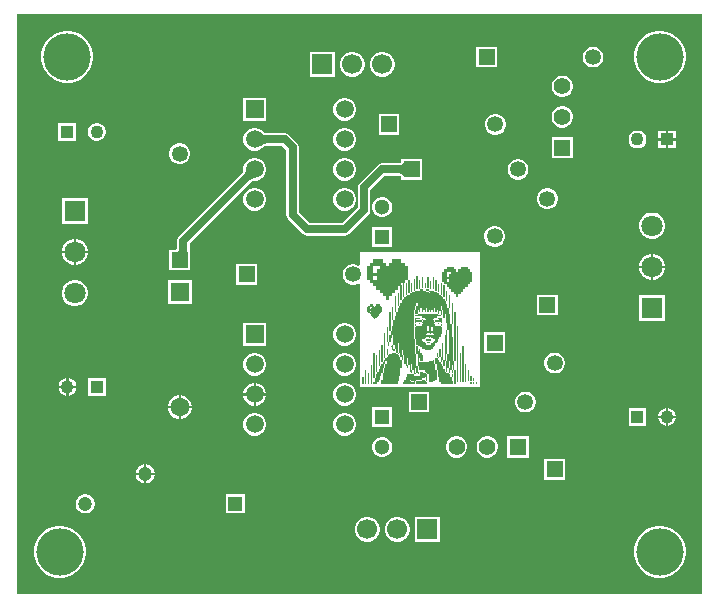
<source format=gbr>
G04*
G04 #@! TF.GenerationSoftware,Altium Limited,Altium Designer,22.11.1 (43)*
G04*
G04 Layer_Physical_Order=1*
G04 Layer_Color=255*
%FSLAX25Y25*%
%MOIN*%
G70*
G04*
G04 #@! TF.SameCoordinates,84F98C38-DC33-4437-A3FD-EC943A21A0DE*
G04*
G04*
G04 #@! TF.FilePolarity,Positive*
G04*
G01*
G75*
%ADD25C,0.04331*%
%ADD26R,0.04331X0.04331*%
%ADD27R,0.04724X0.04724*%
%ADD28C,0.04724*%
%ADD32C,0.06299*%
%ADD33R,0.06299X0.06299*%
%ADD36C,0.02500*%
%ADD37R,0.05512X0.05512*%
%ADD38C,0.05512*%
%ADD39R,0.05512X0.05512*%
%ADD40R,0.06693X0.06693*%
%ADD41C,0.06693*%
%ADD42C,0.05118*%
%ADD43R,0.05118X0.05118*%
%ADD44C,0.15748*%
%ADD45C,0.05315*%
%ADD46R,0.05315X0.05315*%
%ADD47R,0.05906X0.05906*%
%ADD48C,0.05906*%
%ADD49R,0.05315X0.05315*%
%ADD50C,0.07087*%
%ADD51R,0.07087X0.07087*%
G36*
X229197Y803D02*
X803D01*
Y194197D01*
X229197D01*
Y803D01*
D02*
G37*
%LPC*%
G36*
X193172Y183458D02*
X192261D01*
X191382Y183222D01*
X190594Y182767D01*
X189950Y182123D01*
X189495Y181334D01*
X189259Y180455D01*
Y179545D01*
X189495Y178665D01*
X189950Y177877D01*
X190594Y177233D01*
X191382Y176778D01*
X192261Y176542D01*
X193172D01*
X194051Y176778D01*
X194840Y177233D01*
X195483Y177877D01*
X195938Y178665D01*
X196174Y179545D01*
Y180455D01*
X195938Y181334D01*
X195483Y182123D01*
X194840Y182767D01*
X194051Y183222D01*
X193172Y183458D01*
D02*
G37*
G36*
X160741D02*
X153826D01*
Y176542D01*
X160741D01*
Y183458D01*
D02*
G37*
G36*
X123046Y181647D02*
X121954D01*
X120899Y181364D01*
X119954Y180818D01*
X119182Y180046D01*
X118636Y179101D01*
X118353Y178046D01*
Y176954D01*
X118636Y175900D01*
X119182Y174954D01*
X119954Y174182D01*
X120899Y173636D01*
X121954Y173354D01*
X123046D01*
X124100Y173636D01*
X125046Y174182D01*
X125818Y174954D01*
X126364Y175900D01*
X126646Y176954D01*
Y178046D01*
X126364Y179101D01*
X125818Y180046D01*
X125046Y180818D01*
X124100Y181364D01*
X123046Y181647D01*
D02*
G37*
G36*
X113046D02*
X111954D01*
X110899Y181364D01*
X109954Y180818D01*
X109182Y180046D01*
X108636Y179101D01*
X108353Y178046D01*
Y176954D01*
X108636Y175900D01*
X109182Y174954D01*
X109954Y174182D01*
X110899Y173636D01*
X111954Y173354D01*
X113046D01*
X114101Y173636D01*
X115046Y174182D01*
X115818Y174954D01*
X116364Y175900D01*
X116647Y176954D01*
Y178046D01*
X116364Y179101D01*
X115818Y180046D01*
X115046Y180818D01*
X114101Y181364D01*
X113046Y181647D01*
D02*
G37*
G36*
X106647D02*
X98353D01*
Y173354D01*
X106647D01*
Y181647D01*
D02*
G37*
G36*
X215854Y188674D02*
X214146D01*
X212470Y188341D01*
X210891Y187687D01*
X209471Y186738D01*
X208262Y185529D01*
X207313Y184109D01*
X206659Y182530D01*
X206326Y180854D01*
Y179146D01*
X206659Y177470D01*
X207313Y175891D01*
X208262Y174471D01*
X209471Y173263D01*
X210891Y172313D01*
X212470Y171659D01*
X214146Y171326D01*
X215854D01*
X217530Y171659D01*
X219109Y172313D01*
X220529Y173263D01*
X221738Y174471D01*
X222687Y175891D01*
X223341Y177470D01*
X223674Y179146D01*
Y180854D01*
X223341Y182530D01*
X222687Y184109D01*
X221738Y185529D01*
X220529Y186738D01*
X219109Y187687D01*
X217530Y188341D01*
X215854Y188674D01*
D02*
G37*
G36*
X18354D02*
X16646D01*
X14970Y188341D01*
X13391Y187687D01*
X11971Y186738D01*
X10763Y185529D01*
X9813Y184109D01*
X9159Y182530D01*
X8826Y180854D01*
Y179146D01*
X9159Y177470D01*
X9813Y175891D01*
X10763Y174471D01*
X11971Y173263D01*
X13391Y172313D01*
X14970Y171659D01*
X16646Y171326D01*
X18354D01*
X20030Y171659D01*
X21609Y172313D01*
X23029Y173263D01*
X24238Y174471D01*
X25187Y175891D01*
X25841Y177470D01*
X26174Y179146D01*
Y180854D01*
X25841Y182530D01*
X25187Y184109D01*
X24238Y185529D01*
X23029Y186738D01*
X21609Y187687D01*
X20030Y188341D01*
X18354Y188674D01*
D02*
G37*
G36*
X182968Y173792D02*
X182032D01*
X181128Y173550D01*
X180317Y173082D01*
X179655Y172420D01*
X179186Y171609D01*
X178944Y170704D01*
Y169768D01*
X179186Y168864D01*
X179655Y168053D01*
X180317Y167391D01*
X181128Y166923D01*
X182032Y166680D01*
X182968D01*
X183872Y166923D01*
X184683Y167391D01*
X185345Y168053D01*
X185814Y168864D01*
X186056Y169768D01*
Y170704D01*
X185814Y171609D01*
X185345Y172420D01*
X184683Y173082D01*
X183872Y173550D01*
X182968Y173792D01*
D02*
G37*
G36*
X110494Y166253D02*
X109506D01*
X108552Y165997D01*
X107696Y165503D01*
X106997Y164804D01*
X106503Y163949D01*
X106247Y162994D01*
Y162006D01*
X106503Y161051D01*
X106997Y160196D01*
X107696Y159497D01*
X108552Y159003D01*
X109506Y158747D01*
X110494D01*
X111449Y159003D01*
X112304Y159497D01*
X113003Y160196D01*
X113497Y161051D01*
X113753Y162006D01*
Y162994D01*
X113497Y163949D01*
X113003Y164804D01*
X112304Y165503D01*
X111449Y165997D01*
X110494Y166253D01*
D02*
G37*
G36*
X83753D02*
X76247D01*
Y158747D01*
X83753D01*
Y166253D01*
D02*
G37*
G36*
X182968Y163556D02*
X182032D01*
X181128Y163314D01*
X180317Y162845D01*
X179655Y162183D01*
X179186Y161372D01*
X178944Y160468D01*
Y159532D01*
X179186Y158627D01*
X179655Y157817D01*
X180317Y157155D01*
X181128Y156686D01*
X182032Y156444D01*
X182968D01*
X183872Y156686D01*
X184683Y157155D01*
X185345Y157817D01*
X185814Y158627D01*
X186056Y159532D01*
Y160468D01*
X185814Y161372D01*
X185345Y162183D01*
X184683Y162845D01*
X183872Y163314D01*
X182968Y163556D01*
D02*
G37*
G36*
X160672Y160958D02*
X159761D01*
X158882Y160722D01*
X158094Y160267D01*
X157450Y159623D01*
X156995Y158835D01*
X156759Y157955D01*
Y157045D01*
X156995Y156166D01*
X157450Y155377D01*
X158094Y154733D01*
X158882Y154278D01*
X159761Y154042D01*
X160672D01*
X161551Y154278D01*
X162339Y154733D01*
X162983Y155377D01*
X163438Y156166D01*
X163674Y157045D01*
Y157955D01*
X163438Y158835D01*
X162983Y159623D01*
X162339Y160267D01*
X161551Y160722D01*
X160672Y160958D01*
D02*
G37*
G36*
X128241D02*
X121326D01*
Y154042D01*
X128241D01*
Y160958D01*
D02*
G37*
G36*
X220387Y155465D02*
X217821D01*
Y152900D01*
X220387D01*
Y155465D01*
D02*
G37*
G36*
X217021D02*
X214456D01*
Y152900D01*
X217021D01*
Y155465D01*
D02*
G37*
G36*
X27733Y157965D02*
X26952D01*
X26198Y157763D01*
X25522Y157373D01*
X24970Y156821D01*
X24579Y156145D01*
X24377Y155390D01*
Y154610D01*
X24579Y153855D01*
X24970Y153179D01*
X25522Y152627D01*
X26198Y152237D01*
X26952Y152035D01*
X27733D01*
X28487Y152237D01*
X29163Y152627D01*
X29715Y153179D01*
X30106Y153855D01*
X30308Y154610D01*
Y155390D01*
X30106Y156145D01*
X29715Y156821D01*
X29163Y157373D01*
X28487Y157763D01*
X27733Y157965D01*
D02*
G37*
G36*
X20465D02*
X14535D01*
Y152035D01*
X20465D01*
Y157965D01*
D02*
G37*
G36*
X220387Y152100D02*
X217821D01*
Y149535D01*
X220387D01*
Y152100D01*
D02*
G37*
G36*
X217021D02*
X214456D01*
Y149535D01*
X217021D01*
Y152100D01*
D02*
G37*
G36*
X207969Y155465D02*
X207188D01*
X206434Y155263D01*
X205758Y154873D01*
X205206Y154321D01*
X204816Y153645D01*
X204613Y152890D01*
Y152110D01*
X204816Y151355D01*
X205206Y150679D01*
X205758Y150127D01*
X206434Y149737D01*
X207188Y149535D01*
X207969D01*
X208723Y149737D01*
X209400Y150127D01*
X209952Y150679D01*
X210342Y151355D01*
X210544Y152110D01*
Y152890D01*
X210342Y153645D01*
X209952Y154321D01*
X209400Y154873D01*
X208723Y155263D01*
X207969Y155465D01*
D02*
G37*
G36*
X110494Y156253D02*
X109506D01*
X108552Y155997D01*
X107696Y155503D01*
X106997Y154804D01*
X106503Y153948D01*
X106247Y152994D01*
Y152006D01*
X106503Y151051D01*
X106997Y150196D01*
X107696Y149497D01*
X108552Y149003D01*
X109506Y148747D01*
X110494D01*
X111449Y149003D01*
X112304Y149497D01*
X113003Y150196D01*
X113497Y151051D01*
X113753Y152006D01*
Y152994D01*
X113497Y153948D01*
X113003Y154804D01*
X112304Y155503D01*
X111449Y155997D01*
X110494Y156253D01*
D02*
G37*
G36*
X186056Y153320D02*
X178944D01*
Y146208D01*
X186056D01*
Y153320D01*
D02*
G37*
G36*
X55455Y151174D02*
X54545D01*
X53666Y150938D01*
X52877Y150483D01*
X52233Y149839D01*
X51778Y149051D01*
X51543Y148172D01*
Y147261D01*
X51778Y146382D01*
X52233Y145594D01*
X52877Y144950D01*
X53666Y144495D01*
X54545Y144259D01*
X55455D01*
X56335Y144495D01*
X57123Y144950D01*
X57767Y145594D01*
X58222Y146382D01*
X58457Y147261D01*
Y148172D01*
X58222Y149051D01*
X57767Y149839D01*
X57123Y150483D01*
X56335Y150938D01*
X55455Y151174D01*
D02*
G37*
G36*
X168172Y145958D02*
X167261D01*
X166382Y145722D01*
X165594Y145267D01*
X164950Y144623D01*
X164495Y143834D01*
X164259Y142955D01*
Y142045D01*
X164495Y141165D01*
X164950Y140377D01*
X165594Y139733D01*
X166382Y139278D01*
X167261Y139042D01*
X168172D01*
X169051Y139278D01*
X169840Y139733D01*
X170483Y140377D01*
X170938Y141165D01*
X171174Y142045D01*
Y142955D01*
X170938Y143834D01*
X170483Y144623D01*
X169840Y145267D01*
X169051Y145722D01*
X168172Y145958D01*
D02*
G37*
G36*
X80494Y156253D02*
X79506D01*
X78552Y155997D01*
X77696Y155503D01*
X76997Y154804D01*
X76503Y153948D01*
X76247Y152994D01*
Y152006D01*
X76503Y151051D01*
X76997Y150196D01*
X77696Y149497D01*
X78552Y149003D01*
X79506Y148747D01*
X80494D01*
X81449Y149003D01*
X82304Y149497D01*
X82608Y149801D01*
X82663Y149835D01*
X82802Y149963D01*
X82922Y150055D01*
X83055Y150137D01*
X83201Y150211D01*
X83363Y150275D01*
X83543Y150330D01*
X83741Y150374D01*
X83957Y150407D01*
X83992Y150410D01*
X89134D01*
X90548Y148996D01*
Y127362D01*
X90548Y127362D01*
X90707Y126562D01*
X91160Y125884D01*
X96022Y121022D01*
X96700Y120569D01*
X97500Y120410D01*
X97500Y120410D01*
X110000D01*
X110000Y120410D01*
X110800Y120569D01*
X111478Y121022D01*
X117910Y127454D01*
X117910Y127454D01*
X118363Y128132D01*
X118522Y128932D01*
Y135644D01*
X123289Y140410D01*
X127716D01*
X127940Y140390D01*
X128246Y140339D01*
X128485Y140275D01*
X128654Y140207D01*
X128754Y140146D01*
X128800Y140104D01*
X128815Y140081D01*
X128824Y140056D01*
X128826Y140036D01*
Y139042D01*
X135741D01*
Y145958D01*
X128826D01*
Y144964D01*
X128824Y144944D01*
X128815Y144919D01*
X128800Y144896D01*
X128754Y144854D01*
X128654Y144793D01*
X128485Y144725D01*
X128246Y144661D01*
X127940Y144610D01*
X127716Y144590D01*
X122423D01*
X122423Y144590D01*
X121623Y144431D01*
X120945Y143978D01*
X120945Y143978D01*
X114954Y137987D01*
X114501Y137309D01*
X114342Y136509D01*
X114342Y136509D01*
Y129798D01*
X109134Y124590D01*
X98366D01*
X94728Y128228D01*
Y149862D01*
X94728Y149862D01*
X94569Y150662D01*
X94116Y151340D01*
X94116Y151340D01*
X91478Y153978D01*
X90800Y154431D01*
X90000Y154590D01*
X90000Y154590D01*
X83992D01*
X83957Y154593D01*
X83741Y154626D01*
X83543Y154670D01*
X83363Y154725D01*
X83201Y154789D01*
X83055Y154863D01*
X82922Y154945D01*
X82802Y155037D01*
X82663Y155165D01*
X82608Y155199D01*
X82304Y155503D01*
X81449Y155997D01*
X80494Y156253D01*
D02*
G37*
G36*
X110494Y146253D02*
X109506D01*
X108552Y145997D01*
X107696Y145503D01*
X106997Y144804D01*
X106503Y143948D01*
X106247Y142994D01*
Y142006D01*
X106503Y141051D01*
X106997Y140196D01*
X107696Y139497D01*
X108552Y139003D01*
X109506Y138747D01*
X110494D01*
X111449Y139003D01*
X112304Y139497D01*
X113003Y140196D01*
X113497Y141051D01*
X113753Y142006D01*
Y142994D01*
X113497Y143948D01*
X113003Y144804D01*
X112304Y145503D01*
X111449Y145997D01*
X110494Y146253D01*
D02*
G37*
G36*
X177955Y136174D02*
X177045D01*
X176165Y135938D01*
X175377Y135483D01*
X174733Y134839D01*
X174278Y134051D01*
X174042Y133172D01*
Y132261D01*
X174278Y131382D01*
X174733Y130594D01*
X175377Y129950D01*
X176165Y129495D01*
X177045Y129259D01*
X177955D01*
X178834Y129495D01*
X179623Y129950D01*
X180267Y130594D01*
X180722Y131382D01*
X180957Y132261D01*
Y133172D01*
X180722Y134051D01*
X180267Y134839D01*
X179623Y135483D01*
X178834Y135938D01*
X177955Y136174D01*
D02*
G37*
G36*
X110494Y136253D02*
X109506D01*
X108552Y135997D01*
X107696Y135503D01*
X106997Y134804D01*
X106503Y133949D01*
X106247Y132994D01*
Y132006D01*
X106503Y131052D01*
X106997Y130196D01*
X107696Y129497D01*
X108552Y129003D01*
X109506Y128747D01*
X110494D01*
X111449Y129003D01*
X112304Y129497D01*
X113003Y130196D01*
X113497Y131052D01*
X113753Y132006D01*
Y132994D01*
X113497Y133949D01*
X113003Y134804D01*
X112304Y135503D01*
X111449Y135997D01*
X110494Y136253D01*
D02*
G37*
G36*
X80494D02*
X79506D01*
X78552Y135997D01*
X77696Y135503D01*
X76997Y134804D01*
X76503Y133949D01*
X76247Y132994D01*
Y132006D01*
X76503Y131052D01*
X76997Y130196D01*
X77696Y129497D01*
X78552Y129003D01*
X79506Y128747D01*
X80494D01*
X81449Y129003D01*
X82304Y129497D01*
X83003Y130196D01*
X83497Y131052D01*
X83753Y132006D01*
Y132994D01*
X83497Y133949D01*
X83003Y134804D01*
X82304Y135503D01*
X81449Y135997D01*
X80494Y136253D01*
D02*
G37*
G36*
X122942Y133359D02*
X122058D01*
X121203Y133130D01*
X120438Y132688D01*
X119812Y132062D01*
X119370Y131297D01*
X119141Y130442D01*
Y129558D01*
X119370Y128703D01*
X119812Y127937D01*
X120438Y127312D01*
X121203Y126870D01*
X122058Y126641D01*
X122942D01*
X123797Y126870D01*
X124563Y127312D01*
X125188Y127937D01*
X125630Y128703D01*
X125859Y129558D01*
Y130442D01*
X125630Y131297D01*
X125188Y132062D01*
X124563Y132688D01*
X123797Y133130D01*
X122942Y133359D01*
D02*
G37*
G36*
X24343Y133123D02*
X15657D01*
Y124436D01*
X24343D01*
Y133123D01*
D02*
G37*
G36*
X213072Y128123D02*
X211928D01*
X210823Y127827D01*
X209833Y127255D01*
X209025Y126446D01*
X208453Y125456D01*
X208157Y124351D01*
Y123208D01*
X208453Y122103D01*
X209025Y121113D01*
X209833Y120304D01*
X210823Y119732D01*
X211928Y119436D01*
X213072D01*
X214177Y119732D01*
X215167Y120304D01*
X215975Y121113D01*
X216547Y122103D01*
X216843Y123208D01*
Y124351D01*
X216547Y125456D01*
X215975Y126446D01*
X215167Y127255D01*
X214177Y127827D01*
X213072Y128123D01*
D02*
G37*
G36*
X160455Y123674D02*
X159545D01*
X158666Y123438D01*
X157877Y122983D01*
X157233Y122339D01*
X156778Y121551D01*
X156543Y120672D01*
Y119761D01*
X156778Y118882D01*
X157233Y118094D01*
X157877Y117450D01*
X158666Y116995D01*
X159545Y116759D01*
X160455D01*
X161335Y116995D01*
X162123Y117450D01*
X162767Y118094D01*
X163222Y118882D01*
X163458Y119761D01*
Y120672D01*
X163222Y121551D01*
X162767Y122339D01*
X162123Y122983D01*
X161335Y123438D01*
X160455Y123674D01*
D02*
G37*
G36*
X125859Y123359D02*
X119141D01*
Y116641D01*
X125859D01*
Y123359D01*
D02*
G37*
G36*
X20572Y119343D02*
X20400D01*
Y115400D01*
X24343D01*
Y115572D01*
X24047Y116676D01*
X23475Y117667D01*
X22667Y118475D01*
X21676Y119047D01*
X20572Y119343D01*
D02*
G37*
G36*
X19600D02*
X19428D01*
X18324Y119047D01*
X17333Y118475D01*
X16524Y117667D01*
X15953Y116676D01*
X15657Y115572D01*
Y115400D01*
X19600D01*
Y119343D01*
D02*
G37*
G36*
X24343Y114600D02*
X20400D01*
Y110657D01*
X20572D01*
X21676Y110953D01*
X22667Y111524D01*
X23475Y112333D01*
X24047Y113324D01*
X24343Y114428D01*
Y114600D01*
D02*
G37*
G36*
X19600D02*
X15657D01*
Y114428D01*
X15953Y113324D01*
X16524Y112333D01*
X17333Y111524D01*
X18324Y110953D01*
X19428Y110657D01*
X19600D01*
Y114600D01*
D02*
G37*
G36*
X155000Y115000D02*
X115000D01*
Y110751D01*
X114500Y110463D01*
X114051Y110722D01*
X113172Y110958D01*
X112261D01*
X111382Y110722D01*
X110594Y110267D01*
X109950Y109623D01*
X109495Y108835D01*
X109259Y107955D01*
Y107045D01*
X109495Y106166D01*
X109950Y105377D01*
X110594Y104733D01*
X111382Y104278D01*
X112261Y104042D01*
X113172D01*
X114051Y104278D01*
X114500Y104537D01*
X115000Y104249D01*
Y70000D01*
X155000D01*
Y115000D01*
D02*
G37*
G36*
X213072Y114343D02*
X212900D01*
Y110400D01*
X216843D01*
Y110572D01*
X216547Y111676D01*
X215975Y112667D01*
X215167Y113476D01*
X214177Y114047D01*
X213072Y114343D01*
D02*
G37*
G36*
X212100D02*
X211928D01*
X210823Y114047D01*
X209833Y113476D01*
X209025Y112667D01*
X208453Y111676D01*
X208157Y110572D01*
Y110400D01*
X212100D01*
Y114343D01*
D02*
G37*
G36*
X80494Y146253D02*
X79506D01*
X78552Y145997D01*
X77696Y145503D01*
X76997Y144804D01*
X76503Y143948D01*
X76247Y142994D01*
Y142564D01*
X76232Y142501D01*
X76225Y142313D01*
X76205Y142163D01*
X76170Y142011D01*
X76118Y141855D01*
X76049Y141695D01*
X75960Y141529D01*
X75852Y141358D01*
X75722Y141182D01*
X75700Y141155D01*
X54713Y120169D01*
X54260Y119491D01*
X54101Y118691D01*
X54101Y118691D01*
Y116852D01*
X54081Y116628D01*
X54030Y116322D01*
X53966Y116084D01*
X53898Y115915D01*
X53836Y115814D01*
X53794Y115768D01*
X53771Y115752D01*
X53745Y115743D01*
X53723Y115741D01*
X51543D01*
Y108826D01*
X58457D01*
Y114913D01*
X58461Y114931D01*
X58457Y114950D01*
Y115741D01*
X58342D01*
X58281Y116646D01*
Y117825D01*
X78655Y138199D01*
X78682Y138222D01*
X78858Y138352D01*
X79029Y138460D01*
X79195Y138549D01*
X79355Y138618D01*
X79511Y138670D01*
X79663Y138705D01*
X79813Y138725D01*
X80001Y138732D01*
X80064Y138747D01*
X80494D01*
X81449Y139003D01*
X82304Y139497D01*
X83003Y140196D01*
X83497Y141051D01*
X83753Y142006D01*
Y142994D01*
X83497Y143948D01*
X83003Y144804D01*
X82304Y145503D01*
X81449Y145997D01*
X80494Y146253D01*
D02*
G37*
G36*
X216843Y109600D02*
X212900D01*
Y105657D01*
X213072D01*
X214177Y105953D01*
X215167Y106525D01*
X215975Y107333D01*
X216547Y108324D01*
X216843Y109428D01*
Y109600D01*
D02*
G37*
G36*
X212100D02*
X208157D01*
Y109428D01*
X208453Y108324D01*
X209025Y107333D01*
X209833Y106525D01*
X210823Y105953D01*
X211928Y105657D01*
X212100D01*
Y109600D01*
D02*
G37*
G36*
X80741Y110958D02*
X73826D01*
Y104042D01*
X80741D01*
Y110958D01*
D02*
G37*
G36*
X58950Y105694D02*
X51050D01*
Y97795D01*
X58950D01*
Y105694D01*
D02*
G37*
G36*
X20572Y105564D02*
X19428D01*
X18324Y105268D01*
X17333Y104696D01*
X16524Y103887D01*
X15953Y102897D01*
X15657Y101792D01*
Y100649D01*
X15953Y99544D01*
X16524Y98554D01*
X17333Y97745D01*
X18324Y97173D01*
X19428Y96877D01*
X20572D01*
X21676Y97173D01*
X22667Y97745D01*
X23475Y98554D01*
X24047Y99544D01*
X24343Y100649D01*
Y101792D01*
X24047Y102897D01*
X23475Y103887D01*
X22667Y104696D01*
X21676Y105268D01*
X20572Y105564D01*
D02*
G37*
G36*
X180957Y100741D02*
X174042D01*
Y93826D01*
X180957D01*
Y100741D01*
D02*
G37*
G36*
X216843Y100564D02*
X208157D01*
Y91877D01*
X216843D01*
Y100564D01*
D02*
G37*
G36*
X110494Y91253D02*
X109506D01*
X108552Y90997D01*
X107696Y90503D01*
X106997Y89804D01*
X106503Y88949D01*
X106247Y87994D01*
Y87006D01*
X106503Y86051D01*
X106997Y85196D01*
X107696Y84497D01*
X108552Y84003D01*
X109506Y83747D01*
X110494D01*
X111449Y84003D01*
X112304Y84497D01*
X113003Y85196D01*
X113497Y86051D01*
X113753Y87006D01*
Y87994D01*
X113497Y88949D01*
X113003Y89804D01*
X112304Y90503D01*
X111449Y90997D01*
X110494Y91253D01*
D02*
G37*
G36*
X83753D02*
X76247D01*
Y83747D01*
X83753D01*
Y91253D01*
D02*
G37*
G36*
X163458Y88241D02*
X156543D01*
Y81326D01*
X163458D01*
Y88241D01*
D02*
G37*
G36*
X180455Y81391D02*
X179545D01*
X178665Y81155D01*
X177877Y80700D01*
X177233Y80056D01*
X176778Y79268D01*
X176542Y78388D01*
Y77478D01*
X176778Y76599D01*
X177233Y75810D01*
X177877Y75166D01*
X178665Y74711D01*
X179545Y74476D01*
X180455D01*
X181334Y74711D01*
X182123Y75166D01*
X182767Y75810D01*
X183222Y76599D01*
X183458Y77478D01*
Y78388D01*
X183222Y79268D01*
X182767Y80056D01*
X182123Y80700D01*
X181334Y81155D01*
X180455Y81391D01*
D02*
G37*
G36*
X110494Y81253D02*
X109506D01*
X108552Y80997D01*
X107696Y80503D01*
X106997Y79804D01*
X106503Y78948D01*
X106247Y77994D01*
Y77006D01*
X106503Y76051D01*
X106997Y75196D01*
X107696Y74497D01*
X108552Y74003D01*
X109506Y73747D01*
X110494D01*
X111449Y74003D01*
X112304Y74497D01*
X113003Y75196D01*
X113497Y76051D01*
X113753Y77006D01*
Y77994D01*
X113497Y78948D01*
X113003Y79804D01*
X112304Y80503D01*
X111449Y80997D01*
X110494Y81253D01*
D02*
G37*
G36*
X80494D02*
X79506D01*
X78552Y80997D01*
X77696Y80503D01*
X76997Y79804D01*
X76503Y78948D01*
X76247Y77994D01*
Y77006D01*
X76503Y76051D01*
X76997Y75196D01*
X77696Y74497D01*
X78552Y74003D01*
X79506Y73747D01*
X80494D01*
X81449Y74003D01*
X82304Y74497D01*
X83003Y75196D01*
X83497Y76051D01*
X83753Y77006D01*
Y77994D01*
X83497Y78948D01*
X83003Y79804D01*
X82304Y80503D01*
X81449Y80997D01*
X80494Y81253D01*
D02*
G37*
G36*
X17979Y72963D02*
Y70400D01*
X20541D01*
X20342Y71145D01*
X19952Y71821D01*
X19399Y72373D01*
X18723Y72763D01*
X17979Y72963D01*
D02*
G37*
G36*
X17179D02*
X16434Y72763D01*
X15758Y72373D01*
X15206Y71821D01*
X14816Y71145D01*
X14616Y70400D01*
X17179D01*
Y72963D01*
D02*
G37*
G36*
X80494Y71253D02*
X80400D01*
Y67900D01*
X83753D01*
Y67994D01*
X83497Y68949D01*
X83003Y69804D01*
X82304Y70503D01*
X81449Y70997D01*
X80494Y71253D01*
D02*
G37*
G36*
X79600D02*
X79506D01*
X78552Y70997D01*
X77696Y70503D01*
X76997Y69804D01*
X76503Y68949D01*
X76247Y67994D01*
Y67900D01*
X79600D01*
Y71253D01*
D02*
G37*
G36*
X20541Y69600D02*
X17979D01*
Y67037D01*
X18723Y67237D01*
X19399Y67627D01*
X19952Y68179D01*
X20342Y68855D01*
X20541Y69600D01*
D02*
G37*
G36*
X17179D02*
X14616D01*
X14816Y68855D01*
X15206Y68179D01*
X15758Y67627D01*
X16434Y67237D01*
X17179Y67037D01*
Y69600D01*
D02*
G37*
G36*
X30387Y72965D02*
X24456D01*
Y67035D01*
X30387D01*
Y72965D01*
D02*
G37*
G36*
X110494Y71253D02*
X109506D01*
X108552Y70997D01*
X107696Y70503D01*
X106997Y69804D01*
X106503Y68949D01*
X106247Y67994D01*
Y67006D01*
X106503Y66052D01*
X106997Y65196D01*
X107696Y64497D01*
X108552Y64003D01*
X109506Y63747D01*
X110494D01*
X111449Y64003D01*
X112304Y64497D01*
X113003Y65196D01*
X113497Y66052D01*
X113753Y67006D01*
Y67994D01*
X113497Y68949D01*
X113003Y69804D01*
X112304Y70503D01*
X111449Y70997D01*
X110494Y71253D01*
D02*
G37*
G36*
X83753Y67100D02*
X80400D01*
Y63747D01*
X80494D01*
X81449Y64003D01*
X82304Y64497D01*
X83003Y65196D01*
X83497Y66052D01*
X83753Y67006D01*
Y67100D01*
D02*
G37*
G36*
X79600D02*
X76247D01*
Y67006D01*
X76503Y66052D01*
X76997Y65196D01*
X77696Y64497D01*
X78552Y64003D01*
X79506Y63747D01*
X79600D01*
Y67100D01*
D02*
G37*
G36*
X55520Y67206D02*
X55400D01*
Y63656D01*
X58950D01*
Y63776D01*
X58680Y64780D01*
X58161Y65681D01*
X57425Y66416D01*
X56524Y66936D01*
X55520Y67206D01*
D02*
G37*
G36*
X54600D02*
X54480D01*
X53475Y66936D01*
X52575Y66416D01*
X51840Y65681D01*
X51320Y64780D01*
X51050Y63776D01*
Y63656D01*
X54600D01*
Y67206D01*
D02*
G37*
G36*
X170672Y68458D02*
X169761D01*
X168882Y68222D01*
X168094Y67767D01*
X167450Y67123D01*
X166995Y66334D01*
X166759Y65455D01*
Y64545D01*
X166995Y63665D01*
X167450Y62877D01*
X168094Y62233D01*
X168882Y61778D01*
X169761Y61542D01*
X170672D01*
X171551Y61778D01*
X172339Y62233D01*
X172983Y62877D01*
X173438Y63665D01*
X173674Y64545D01*
Y65455D01*
X173438Y66334D01*
X172983Y67123D01*
X172339Y67767D01*
X171551Y68222D01*
X170672Y68458D01*
D02*
G37*
G36*
X138241D02*
X131326D01*
Y61542D01*
X138241D01*
Y68458D01*
D02*
G37*
G36*
X217821Y62963D02*
Y60400D01*
X220384D01*
X220184Y61145D01*
X219794Y61821D01*
X219242Y62373D01*
X218566Y62763D01*
X217821Y62963D01*
D02*
G37*
G36*
X217021D02*
X216277Y62763D01*
X215600Y62373D01*
X215048Y61821D01*
X214658Y61145D01*
X214458Y60400D01*
X217021D01*
Y62963D01*
D02*
G37*
G36*
X58950Y62856D02*
X55400D01*
Y59306D01*
X55520D01*
X56524Y59575D01*
X57425Y60095D01*
X58161Y60831D01*
X58680Y61731D01*
X58950Y62736D01*
Y62856D01*
D02*
G37*
G36*
X54600D02*
X51050D01*
Y62736D01*
X51320Y61731D01*
X51840Y60831D01*
X52575Y60095D01*
X53475Y59575D01*
X54480Y59306D01*
X54600D01*
Y62856D01*
D02*
G37*
G36*
X220384Y59600D02*
X217821D01*
Y57037D01*
X218566Y57237D01*
X219242Y57627D01*
X219794Y58179D01*
X220184Y58855D01*
X220384Y59600D01*
D02*
G37*
G36*
X217021D02*
X214458D01*
X214658Y58855D01*
X215048Y58179D01*
X215600Y57627D01*
X216277Y57237D01*
X217021Y57037D01*
Y59600D01*
D02*
G37*
G36*
X210544Y62965D02*
X204613D01*
Y57035D01*
X210544D01*
Y62965D01*
D02*
G37*
G36*
X125859Y63359D02*
X119141D01*
Y56641D01*
X125859D01*
Y63359D01*
D02*
G37*
G36*
X110494Y61253D02*
X109506D01*
X108552Y60997D01*
X107696Y60503D01*
X106997Y59804D01*
X106503Y58948D01*
X106247Y57994D01*
Y57006D01*
X106503Y56051D01*
X106997Y55196D01*
X107696Y54497D01*
X108552Y54003D01*
X109506Y53747D01*
X110494D01*
X111449Y54003D01*
X112304Y54497D01*
X113003Y55196D01*
X113497Y56051D01*
X113753Y57006D01*
Y57994D01*
X113497Y58948D01*
X113003Y59804D01*
X112304Y60503D01*
X111449Y60997D01*
X110494Y61253D01*
D02*
G37*
G36*
X80494D02*
X79506D01*
X78552Y60997D01*
X77696Y60503D01*
X76997Y59804D01*
X76503Y58948D01*
X76247Y57994D01*
Y57006D01*
X76503Y56051D01*
X76997Y55196D01*
X77696Y54497D01*
X78552Y54003D01*
X79506Y53747D01*
X80494D01*
X81449Y54003D01*
X82304Y54497D01*
X83003Y55196D01*
X83497Y56051D01*
X83753Y57006D01*
Y57994D01*
X83497Y58948D01*
X83003Y59804D01*
X82304Y60503D01*
X81449Y60997D01*
X80494Y61253D01*
D02*
G37*
G36*
X122942Y53359D02*
X122058D01*
X121203Y53130D01*
X120438Y52688D01*
X119812Y52062D01*
X119370Y51297D01*
X119141Y50442D01*
Y49558D01*
X119370Y48703D01*
X119812Y47938D01*
X120438Y47312D01*
X121203Y46870D01*
X122058Y46641D01*
X122942D01*
X123797Y46870D01*
X124563Y47312D01*
X125188Y47938D01*
X125630Y48703D01*
X125859Y49558D01*
Y50442D01*
X125630Y51297D01*
X125188Y52062D01*
X124563Y52688D01*
X123797Y53130D01*
X122942Y53359D01*
D02*
G37*
G36*
X171292Y53556D02*
X164180D01*
Y46444D01*
X171292D01*
Y53556D01*
D02*
G37*
G36*
X157968D02*
X157032D01*
X156128Y53314D01*
X155317Y52845D01*
X154655Y52183D01*
X154186Y51372D01*
X153944Y50468D01*
Y49532D01*
X154186Y48627D01*
X154655Y47817D01*
X155317Y47155D01*
X156128Y46686D01*
X157032Y46444D01*
X157968D01*
X158872Y46686D01*
X159683Y47155D01*
X160345Y47817D01*
X160814Y48627D01*
X161056Y49532D01*
Y50468D01*
X160814Y51372D01*
X160345Y52183D01*
X159683Y52845D01*
X158872Y53314D01*
X157968Y53556D01*
D02*
G37*
G36*
X147732D02*
X146796D01*
X145891Y53314D01*
X145080Y52845D01*
X144418Y52183D01*
X143950Y51372D01*
X143708Y50468D01*
Y49532D01*
X143950Y48627D01*
X144418Y47817D01*
X145080Y47155D01*
X145891Y46686D01*
X146796Y46444D01*
X147732D01*
X148636Y46686D01*
X149447Y47155D01*
X150109Y47817D01*
X150577Y48627D01*
X150820Y49532D01*
Y50468D01*
X150577Y51372D01*
X150109Y52183D01*
X149447Y52845D01*
X148636Y53314D01*
X147732Y53556D01*
D02*
G37*
G36*
X43901Y44166D02*
X43884D01*
Y41404D01*
X46646D01*
Y41420D01*
X46431Y42224D01*
X46015Y42946D01*
X45426Y43534D01*
X44705Y43951D01*
X43901Y44166D01*
D02*
G37*
G36*
X43084D02*
X43068D01*
X42264Y43951D01*
X41543Y43534D01*
X40954Y42946D01*
X40538Y42224D01*
X40322Y41420D01*
Y41404D01*
X43084D01*
Y44166D01*
D02*
G37*
G36*
X183458Y45957D02*
X176542D01*
Y39042D01*
X183458D01*
Y45957D01*
D02*
G37*
G36*
X46646Y40604D02*
X43884D01*
Y37842D01*
X43901D01*
X44705Y38057D01*
X45426Y38474D01*
X46015Y39062D01*
X46431Y39783D01*
X46646Y40588D01*
Y40604D01*
D02*
G37*
G36*
X43084D02*
X40322D01*
Y40588D01*
X40538Y39783D01*
X40954Y39062D01*
X41543Y38474D01*
X42264Y38057D01*
X43068Y37842D01*
X43084D01*
Y40604D01*
D02*
G37*
G36*
X76647Y34166D02*
X70322D01*
Y27842D01*
X76647D01*
Y34166D01*
D02*
G37*
G36*
X23901D02*
X23068D01*
X22264Y33951D01*
X21543Y33534D01*
X20954Y32946D01*
X20538Y32225D01*
X20322Y31420D01*
Y30588D01*
X20538Y29783D01*
X20954Y29062D01*
X21543Y28474D01*
X22264Y28057D01*
X23068Y27842D01*
X23901D01*
X24705Y28057D01*
X25426Y28474D01*
X26015Y29062D01*
X26431Y29783D01*
X26646Y30588D01*
Y31420D01*
X26431Y32225D01*
X26015Y32946D01*
X25426Y33534D01*
X24705Y33951D01*
X23901Y34166D01*
D02*
G37*
G36*
X141647Y26646D02*
X133353D01*
Y18354D01*
X141647D01*
Y26646D01*
D02*
G37*
G36*
X128046D02*
X126954D01*
X125900Y26364D01*
X124954Y25818D01*
X124182Y25046D01*
X123636Y24101D01*
X123354Y23046D01*
Y21954D01*
X123636Y20899D01*
X124182Y19954D01*
X124954Y19182D01*
X125900Y18636D01*
X126954Y18354D01*
X128046D01*
X129101Y18636D01*
X130046Y19182D01*
X130818Y19954D01*
X131364Y20899D01*
X131647Y21954D01*
Y23046D01*
X131364Y24101D01*
X130818Y25046D01*
X130046Y25818D01*
X129101Y26364D01*
X128046Y26646D01*
D02*
G37*
G36*
X118046D02*
X116954D01*
X115900Y26364D01*
X114954Y25818D01*
X114182Y25046D01*
X113636Y24101D01*
X113354Y23046D01*
Y21954D01*
X113636Y20899D01*
X114182Y19954D01*
X114954Y19182D01*
X115900Y18636D01*
X116954Y18354D01*
X118046D01*
X119100Y18636D01*
X120046Y19182D01*
X120818Y19954D01*
X121364Y20899D01*
X121646Y21954D01*
Y23046D01*
X121364Y24101D01*
X120818Y25046D01*
X120046Y25818D01*
X119100Y26364D01*
X118046Y26646D01*
D02*
G37*
G36*
X215854Y23674D02*
X214146D01*
X212470Y23341D01*
X210891Y22687D01*
X209471Y21737D01*
X208262Y20529D01*
X207313Y19109D01*
X206659Y17530D01*
X206326Y15854D01*
Y14146D01*
X206659Y12470D01*
X207313Y10891D01*
X208262Y9471D01*
X209471Y8263D01*
X210891Y7313D01*
X212470Y6659D01*
X214146Y6326D01*
X215854D01*
X217530Y6659D01*
X219109Y7313D01*
X220529Y8263D01*
X221738Y9471D01*
X222687Y10891D01*
X223341Y12470D01*
X223674Y14146D01*
Y15854D01*
X223341Y17530D01*
X222687Y19109D01*
X221738Y20529D01*
X220529Y21737D01*
X219109Y22687D01*
X217530Y23341D01*
X215854Y23674D01*
D02*
G37*
G36*
X15854D02*
X14146D01*
X12470Y23341D01*
X10891Y22687D01*
X9471Y21737D01*
X8263Y20529D01*
X7313Y19109D01*
X6659Y17530D01*
X6326Y15854D01*
Y14146D01*
X6659Y12470D01*
X7313Y10891D01*
X8263Y9471D01*
X9471Y8263D01*
X10891Y7313D01*
X12470Y6659D01*
X14146Y6326D01*
X15854D01*
X17530Y6659D01*
X19109Y7313D01*
X20529Y8263D01*
X21737Y9471D01*
X22687Y10891D01*
X23341Y12470D01*
X23674Y14146D01*
Y15854D01*
X23341Y17530D01*
X22687Y19109D01*
X21737Y20529D01*
X20529Y21737D01*
X19109Y22687D01*
X17530Y23341D01*
X15854Y23674D01*
D02*
G37*
%LPD*%
G36*
X82276Y154412D02*
X82459Y154273D01*
X82655Y154150D01*
X82867Y154044D01*
X83094Y153954D01*
X83335Y153881D01*
X83591Y153823D01*
X83861Y153783D01*
X84147Y153758D01*
X84447Y153750D01*
Y151250D01*
X84147Y151242D01*
X83861Y151217D01*
X83591Y151177D01*
X83335Y151119D01*
X83094Y151046D01*
X82867Y150956D01*
X82655Y150850D01*
X82459Y150727D01*
X82276Y150588D01*
X82109Y150433D01*
Y154567D01*
X82276Y154412D01*
D02*
G37*
G36*
X129650Y140000D02*
X129625Y140237D01*
X129550Y140450D01*
X129424Y140638D01*
X129248Y140800D01*
X129022Y140937D01*
X128746Y141050D01*
X128419Y141138D01*
X128042Y141200D01*
X127615Y141237D01*
X127138Y141250D01*
Y143750D01*
X127615Y143763D01*
X128042Y143800D01*
X128419Y143862D01*
X128746Y143950D01*
X129022Y144062D01*
X129248Y144200D01*
X129424Y144362D01*
X129550Y144550D01*
X129625Y144763D01*
X129650Y145000D01*
Y140000D01*
D02*
G37*
G36*
X128906Y111386D02*
X129967D01*
Y110272D01*
X130975D01*
Y105763D01*
X129967D01*
Y104648D01*
X129914D01*
Y104595D01*
X129850D01*
Y99825D01*
X130300D01*
Y100275D01*
X130750D01*
Y100725D01*
X130300D01*
Y104325D01*
Y104775D01*
X130750D01*
Y100725D01*
X131650D01*
Y101175D01*
X131200D01*
Y105675D01*
X131650D01*
Y101175D01*
X132550D01*
Y101625D01*
X132100D01*
Y103425D01*
Y103875D01*
Y104775D01*
X132550D01*
Y101625D01*
X133450D01*
Y102075D01*
X133000D01*
Y106125D01*
X133450D01*
Y102075D01*
X135250D01*
Y102525D01*
X134800D01*
Y104775D01*
Y105225D01*
Y105675D01*
X135250D01*
Y102525D01*
X136150D01*
Y102075D01*
X137050D01*
Y101625D01*
X137950D01*
Y101175D01*
X138400D01*
Y101625D01*
X137950D01*
Y102075D01*
X137050D01*
Y102525D01*
X137950D01*
Y102075D01*
X139750D01*
Y101625D01*
X140650D01*
Y101175D01*
X141550D01*
Y100725D01*
X142000D01*
Y100275D01*
X142450D01*
Y99825D01*
X142900D01*
Y99375D01*
X143350D01*
Y98475D01*
X143800D01*
Y97575D01*
X144250D01*
Y96225D01*
X144700D01*
Y94425D01*
X145150D01*
Y90825D01*
X145600D01*
Y86775D01*
X146050D01*
Y78675D01*
X146500D01*
Y75525D01*
X146950D01*
Y74625D01*
Y74175D01*
Y71025D01*
X146500D01*
Y75525D01*
X146050D01*
Y77325D01*
X145600D01*
Y75525D01*
X146050D01*
Y74625D01*
X145600D01*
Y75525D01*
X145150D01*
Y74625D01*
X144700D01*
Y76425D01*
X144250D01*
Y75075D01*
X143800D01*
Y78675D01*
X143350D01*
Y76875D01*
X142900D01*
Y79125D01*
X142450D01*
Y78675D01*
Y78225D01*
X142000D01*
Y80025D01*
X141550D01*
Y81825D01*
Y82275D01*
Y82725D01*
X142000D01*
Y80025D01*
X142450D01*
Y84525D01*
X142900D01*
Y79125D01*
X143350D01*
Y85425D01*
Y85875D01*
Y87225D01*
X143800D01*
Y89025D01*
X144250D01*
Y80925D01*
X144700D01*
Y89025D01*
X144250D01*
Y91275D01*
X143800D01*
Y94425D01*
X143350D01*
Y93075D01*
X142900D01*
Y95775D01*
X142450D01*
Y97125D01*
X142000D01*
Y95775D01*
X142450D01*
Y93975D01*
X142000D01*
Y95325D01*
X141550D01*
Y94425D01*
X141100D01*
Y95775D01*
X140650D01*
Y94875D01*
X140200D01*
Y96225D01*
X139750D01*
Y94875D01*
X139300D01*
Y95775D01*
X138850D01*
Y94875D01*
X138400D01*
Y95775D01*
X137950D01*
Y94875D01*
X137500D01*
Y96225D01*
X137050D01*
Y94875D01*
X136600D01*
Y95775D01*
X136150D01*
Y94875D01*
X135700D01*
Y96225D01*
X135250D01*
Y94875D01*
X134800D01*
Y95775D01*
X134350D01*
Y94425D01*
X141100D01*
Y93975D01*
X142000D01*
Y93525D01*
X140650D01*
Y93075D01*
X139750D01*
Y92625D01*
X139300D01*
Y92175D01*
X139750D01*
Y91725D01*
X140200D01*
Y91275D01*
X139750D01*
Y90825D01*
X140200D01*
Y90375D01*
X142000D01*
Y89925D01*
X142450D01*
Y87675D01*
X142000D01*
Y86775D01*
X141550D01*
Y85875D01*
X141100D01*
Y84975D01*
X140650D01*
Y84525D01*
X140200D01*
Y84075D01*
Y83625D01*
X139750D01*
Y83175D01*
X139300D01*
Y82725D01*
X138850D01*
Y82275D01*
X136600D01*
Y82725D01*
X135700D01*
Y83175D01*
X135250D01*
Y83625D01*
X134350D01*
Y84075D01*
X133900D01*
Y85875D01*
X133450D01*
Y89925D01*
X133900D01*
Y90375D01*
X133450D01*
Y90825D01*
X133900D01*
Y90375D01*
X135700D01*
Y90825D01*
X136150D01*
Y91275D01*
X135700D01*
Y91725D01*
X133900D01*
Y91275D01*
X133450D01*
Y93075D01*
X135250D01*
Y92625D01*
X133900D01*
Y92175D01*
X135700D01*
Y91725D01*
X136150D01*
Y92175D01*
X135700D01*
Y92625D01*
X136150D01*
Y92175D01*
X137050D01*
Y92625D01*
X136600D01*
Y93075D01*
X135700D01*
Y93525D01*
X133450D01*
Y93975D01*
X134350D01*
Y94425D01*
X133450D01*
Y95775D01*
X133000D01*
Y85875D01*
X133450D01*
Y80925D01*
X133900D01*
Y76875D01*
X134350D01*
Y75075D01*
X134800D01*
Y74175D01*
X134350D01*
Y74625D01*
X133900D01*
Y76425D01*
X133450D01*
Y74625D01*
X133900D01*
Y74175D01*
X133000D01*
Y75525D01*
X132550D01*
Y77775D01*
X132100D01*
Y75525D01*
X132550D01*
Y74625D01*
X132100D01*
Y75075D01*
X131650D01*
Y77325D01*
X131200D01*
Y79575D01*
X130750D01*
Y77325D01*
X131200D01*
Y76425D01*
X130750D01*
Y76875D01*
X130300D01*
Y77775D01*
X129850D01*
Y80475D01*
X129400D01*
Y82275D01*
X128950D01*
Y80475D01*
X129400D01*
Y79125D01*
X128950D01*
Y80025D01*
X128500D01*
Y81375D01*
X128050D01*
Y84525D01*
X127600D01*
Y81375D01*
X128050D01*
Y80925D01*
X127600D01*
Y81375D01*
X127150D01*
Y82725D01*
X126700D01*
Y84075D01*
X126250D01*
Y87225D01*
X125800D01*
Y86325D01*
X125350D01*
Y84975D01*
X124900D01*
Y87225D01*
X125350D01*
Y88575D01*
X124900D01*
Y94875D01*
X125350D01*
Y89925D01*
Y89475D01*
Y88575D01*
X125800D01*
Y90375D01*
X126250D01*
Y92175D01*
X125800D01*
Y93075D01*
Y93525D01*
Y96675D01*
X126250D01*
Y92175D01*
X126700D01*
Y93525D01*
X127150D01*
Y94875D01*
X126700D01*
Y96225D01*
Y96675D01*
Y100275D01*
X127150D01*
Y94875D01*
X127600D01*
Y96225D01*
X128050D01*
Y97125D01*
X127600D01*
Y97575D01*
Y101175D01*
X128050D01*
Y97125D01*
X128500D01*
Y98025D01*
X128950D01*
Y98925D01*
X128500D01*
Y100275D01*
Y100725D01*
Y103481D01*
X127898D01*
Y102367D01*
X126837D01*
Y101253D01*
X125829D01*
Y100139D01*
X124768D01*
Y99025D01*
X123707D01*
Y100139D01*
X122646D01*
Y101253D01*
X121638D01*
Y102367D01*
X120577D01*
Y103481D01*
X119569D01*
Y104595D01*
X118561D01*
Y104648D01*
X118508D01*
Y105763D01*
X117500D01*
Y110272D01*
X118508D01*
Y111386D01*
X119569D01*
Y112500D01*
X122699D01*
Y111386D01*
X123760D01*
Y110272D01*
X124715D01*
Y111386D01*
X125776D01*
Y112500D01*
X128906D01*
Y111386D01*
D02*
G37*
G36*
X150965Y109173D02*
X151752D01*
Y108346D01*
X152500D01*
Y105000D01*
X151752D01*
Y104173D01*
X151713D01*
Y104134D01*
X150965D01*
Y103307D01*
X150216D01*
Y102480D01*
X149429D01*
Y101654D01*
X148681D01*
Y100827D01*
X147894D01*
Y100000D01*
X147106D01*
Y100827D01*
X146319D01*
Y101654D01*
X145571D01*
Y102480D01*
X144783D01*
Y103307D01*
X144035D01*
Y104134D01*
X143287D01*
Y104173D01*
X143248D01*
Y105000D01*
X142500D01*
Y108346D01*
X143248D01*
Y109173D01*
X144035D01*
Y110000D01*
X146358D01*
Y109173D01*
X147146D01*
Y108346D01*
X147854D01*
Y109173D01*
X148642D01*
Y110000D01*
X150965D01*
Y109173D01*
D02*
G37*
G36*
X137950Y105225D02*
Y104775D01*
Y102975D01*
X137500D01*
Y106575D01*
X137950D01*
Y105225D01*
D02*
G37*
G36*
X137050Y104325D02*
Y102975D01*
X136600D01*
Y104775D01*
X137050D01*
Y104325D01*
D02*
G37*
G36*
X136150D02*
Y103875D01*
Y102975D01*
X135700D01*
Y106575D01*
X136150D01*
Y104325D01*
D02*
G37*
G36*
X139750Y103875D02*
Y103425D01*
Y102525D01*
X139300D01*
Y106575D01*
X139750D01*
Y103875D01*
D02*
G37*
G36*
X138850Y102525D02*
X138400D01*
Y105225D01*
X138850D01*
Y102525D01*
D02*
G37*
G36*
X134350D02*
X133900D01*
Y102975D01*
Y107025D01*
X134350D01*
Y102525D01*
D02*
G37*
G36*
X140650Y104775D02*
Y104325D01*
Y102075D01*
X140200D01*
Y105675D01*
X140650D01*
Y104775D01*
D02*
G37*
G36*
X141550Y102525D02*
Y102075D01*
Y101625D01*
X141100D01*
Y104325D01*
X141550D01*
Y102525D01*
D02*
G37*
G36*
X142450Y103875D02*
Y103425D01*
Y100725D01*
X142000D01*
Y104775D01*
X142450D01*
Y103875D01*
D02*
G37*
G36*
X143350Y99825D02*
X142900D01*
Y102525D01*
Y102975D01*
Y103875D01*
X143350D01*
Y99825D01*
D02*
G37*
G36*
X144250Y98475D02*
X143800D01*
Y98925D01*
Y102075D01*
X144250D01*
Y98475D01*
D02*
G37*
G36*
X121732Y97087D02*
X122126D01*
Y96673D01*
X122500D01*
Y95000D01*
X122126D01*
Y94587D01*
X122106D01*
Y94567D01*
X121732D01*
Y94153D01*
X121358D01*
Y93740D01*
X120965D01*
Y93327D01*
X120591D01*
Y92913D01*
X120197D01*
Y92500D01*
X119803D01*
Y92913D01*
X119409D01*
Y93327D01*
X119035D01*
Y93740D01*
X118642D01*
Y94153D01*
X118268D01*
Y94567D01*
X117894D01*
Y94587D01*
X117874D01*
Y95000D01*
X117500D01*
Y96673D01*
X117874D01*
Y97087D01*
X118268D01*
Y97500D01*
X119429D01*
Y97087D01*
X119823D01*
Y96673D01*
X120177D01*
Y97087D01*
X120571D01*
Y97500D01*
X121732D01*
Y97087D01*
D02*
G37*
G36*
X145150Y96225D02*
X144700D01*
Y100725D01*
X145150D01*
Y96225D01*
D02*
G37*
G36*
X142450Y92175D02*
Y91725D01*
Y91275D01*
X142000D01*
Y91725D01*
X140200D01*
Y92175D01*
X141550D01*
Y92625D01*
X141100D01*
Y93075D01*
X142450D01*
Y92175D01*
D02*
G37*
G36*
X146050Y90825D02*
X145600D01*
Y97125D01*
Y97575D01*
Y98025D01*
X146050D01*
Y90825D01*
D02*
G37*
G36*
X141550D02*
X141100D01*
Y91275D01*
X141550D01*
Y90825D01*
D02*
G37*
G36*
X135250D02*
X134800D01*
Y91275D01*
X135250D01*
Y90825D01*
D02*
G37*
G36*
X142450Y90375D02*
X142000D01*
Y90825D01*
X142450D01*
Y90375D01*
D02*
G37*
G36*
X124450Y84975D02*
X124900D01*
Y83625D01*
X124450D01*
Y84075D01*
Y84525D01*
Y84975D01*
X124000D01*
Y87675D01*
Y88125D01*
Y89925D01*
X124450D01*
Y84975D01*
D02*
G37*
G36*
X126250Y83625D02*
Y83175D01*
Y82725D01*
X126700D01*
Y81825D01*
X126250D01*
Y82275D01*
X125800D01*
Y83175D01*
X125350D01*
Y83625D01*
X125800D01*
Y84075D01*
X126250D01*
Y83625D01*
D02*
G37*
G36*
X141100Y80025D02*
X141550D01*
Y79575D01*
X141100D01*
Y80025D01*
X140650D01*
Y81375D01*
X141100D01*
Y80025D01*
D02*
G37*
G36*
X146950Y85425D02*
Y84975D01*
Y78675D01*
X146500D01*
Y94875D01*
X146950D01*
Y85425D01*
D02*
G37*
G36*
X134350Y81825D02*
X134800D01*
Y82725D01*
X135250D01*
Y81375D01*
X135700D01*
Y80475D01*
X136150D01*
Y78675D01*
X135250D01*
Y79575D01*
X134800D01*
Y78225D01*
X137950D01*
Y78675D01*
X139300D01*
Y79125D01*
X139750D01*
Y77775D01*
X140200D01*
Y75525D01*
X140650D01*
Y72375D01*
X140200D01*
Y71925D01*
X139300D01*
Y71475D01*
X137950D01*
Y74175D01*
X137500D01*
Y74625D01*
X137050D01*
Y75075D01*
X136600D01*
Y75525D01*
X134800D01*
Y76875D01*
X134350D01*
Y80925D01*
X133900D01*
Y83625D01*
X134350D01*
Y81825D01*
D02*
G37*
G36*
X123550Y79575D02*
X124000D01*
Y80025D01*
X124450D01*
Y80475D01*
X124000D01*
Y82725D01*
X124450D01*
Y80475D01*
X124900D01*
Y80925D01*
X125800D01*
Y81375D01*
X127150D01*
Y80925D01*
X127600D01*
Y80475D01*
X128050D01*
Y80025D01*
X128500D01*
Y79125D01*
X128950D01*
Y76425D01*
X128500D01*
Y73725D01*
X128050D01*
Y71925D01*
X127600D01*
Y71025D01*
X122200D01*
Y72375D01*
X122650D01*
Y74625D01*
X122200D01*
Y73725D01*
X121750D01*
Y72375D01*
X121300D01*
Y71475D01*
X120850D01*
Y71025D01*
X119500D01*
Y71475D01*
X119950D01*
Y72825D01*
X119500D01*
Y79125D01*
Y79575D01*
Y81375D01*
X119950D01*
Y72825D01*
X120400D01*
Y74175D01*
X120850D01*
Y75075D01*
X120400D01*
Y80475D01*
X120850D01*
Y75075D01*
X121300D01*
Y75975D01*
X121750D01*
Y76875D01*
X121300D01*
Y80475D01*
Y80925D01*
Y82275D01*
X121750D01*
Y76875D01*
X122200D01*
Y77775D01*
X122650D01*
Y78225D01*
X122200D01*
Y84075D01*
X122650D01*
Y83625D01*
Y78225D01*
X123100D01*
Y79125D01*
X123550D01*
Y79575D01*
X123100D01*
Y82725D01*
Y83175D01*
Y88125D01*
X123550D01*
Y79575D01*
D02*
G37*
G36*
X136150Y74625D02*
X137050D01*
Y74175D01*
X137500D01*
Y71925D01*
X137050D01*
Y73275D01*
X136600D01*
Y72825D01*
X135700D01*
Y72375D01*
X136600D01*
Y71925D01*
X137050D01*
Y71475D01*
X137500D01*
Y71025D01*
X133900D01*
Y71925D01*
X133450D01*
Y71025D01*
X129400D01*
Y71475D01*
X129850D01*
Y72375D01*
X130300D01*
Y73275D01*
X130750D01*
Y73725D01*
Y74175D01*
X133000D01*
Y73725D01*
X135250D01*
Y75075D01*
X136150D01*
Y74625D01*
D02*
G37*
G36*
X146050Y73275D02*
X145600D01*
Y74175D01*
X146050D01*
Y73275D01*
D02*
G37*
G36*
X153250Y71925D02*
X152800D01*
Y72825D01*
X153250D01*
Y71925D01*
D02*
G37*
G36*
X152350Y72825D02*
Y72375D01*
Y71925D01*
X151900D01*
Y73725D01*
X152350D01*
Y72825D01*
D02*
G37*
G36*
X151450Y71925D02*
X151000D01*
Y73275D01*
Y73725D01*
Y75525D01*
X151450D01*
Y71925D01*
D02*
G37*
G36*
X150550D02*
Y71475D01*
X150100D01*
Y77775D01*
X150550D01*
Y71925D01*
D02*
G37*
G36*
X149650Y81375D02*
Y80925D01*
Y71475D01*
X149200D01*
Y83625D01*
X149650D01*
Y81375D01*
D02*
G37*
G36*
X148750Y80925D02*
Y71475D01*
X148300D01*
Y81375D01*
X148750D01*
Y80925D01*
D02*
G37*
G36*
X147850Y71475D02*
X147400D01*
Y84075D01*
Y84525D01*
Y90375D01*
X147850D01*
Y71475D01*
D02*
G37*
G36*
X154150Y71025D02*
X153700D01*
Y71475D01*
X154150D01*
Y71025D01*
D02*
G37*
G36*
X153250D02*
X152800D01*
Y71475D01*
X153250D01*
Y71025D01*
D02*
G37*
G36*
X152350D02*
X151900D01*
Y71475D01*
X152350D01*
Y71025D01*
D02*
G37*
G36*
X141100Y79125D02*
X141550D01*
Y78225D01*
X142000D01*
Y77775D01*
X142450D01*
Y76875D01*
X142900D01*
Y75975D01*
X143350D01*
Y75075D01*
X143800D01*
Y74625D01*
X144700D01*
Y74175D01*
X145150D01*
Y73275D01*
X145600D01*
Y71925D01*
X146050D01*
Y71025D01*
X142000D01*
Y71475D01*
X141550D01*
Y73275D01*
X141100D01*
Y75075D01*
Y75525D01*
X140650D01*
Y77775D01*
X140200D01*
Y79575D01*
X141100D01*
Y79125D01*
D02*
G37*
G36*
X119050Y71025D02*
X118600D01*
Y71475D01*
Y71925D01*
Y77325D01*
X119050D01*
Y71025D01*
D02*
G37*
G36*
X118150D02*
X117700D01*
Y74175D01*
Y74625D01*
X118150D01*
Y71025D01*
D02*
G37*
G36*
X117250D02*
X116800D01*
Y74625D01*
Y75075D01*
Y75525D01*
X117250D01*
Y71025D01*
D02*
G37*
G36*
X116350Y71475D02*
Y71025D01*
X115900D01*
Y73275D01*
X116350D01*
Y71475D01*
D02*
G37*
%LPC*%
G36*
X121638Y110219D02*
X119569D01*
Y107991D01*
X120577D01*
Y108044D01*
X120630D01*
Y108097D01*
Y108150D01*
Y109158D01*
X121638D01*
Y110219D01*
D02*
G37*
G36*
X120630Y106877D02*
X119569D01*
Y106664D01*
Y106611D01*
Y105763D01*
X120630D01*
Y106877D01*
D02*
G37*
G36*
X129400Y104595D02*
X128906D01*
Y103875D01*
X128950D01*
Y98925D01*
X129400D01*
Y99375D01*
X129850D01*
Y99825D01*
X129400D01*
Y104595D01*
D02*
G37*
G36*
X134350Y98025D02*
X133900D01*
Y97125D01*
X134350D01*
Y98025D01*
D02*
G37*
G36*
X133900Y97125D02*
X133450D01*
Y95775D01*
X133900D01*
Y97125D01*
D02*
G37*
G36*
X139300Y89925D02*
X138850D01*
Y88575D01*
X139300D01*
Y89925D01*
D02*
G37*
G36*
X137950Y90375D02*
X137500D01*
Y88575D01*
X137950D01*
Y89025D01*
Y89475D01*
Y90375D01*
D02*
G37*
G36*
X139300Y88125D02*
X138850D01*
Y87675D01*
X138400D01*
Y88125D01*
X137500D01*
Y87675D01*
X137050D01*
Y87225D01*
X139750D01*
Y87675D01*
X139300D01*
Y88125D01*
D02*
G37*
G36*
X138850Y86775D02*
X138400D01*
Y86325D01*
X137950D01*
Y86775D01*
X137050D01*
Y86325D01*
X136600D01*
Y85875D01*
X135700D01*
Y85425D01*
X136150D01*
Y84975D01*
X136600D01*
Y84525D01*
X137050D01*
Y84075D01*
X138850D01*
Y84525D01*
X139300D01*
Y84975D01*
X139750D01*
Y85425D01*
X140200D01*
Y85875D01*
X139300D01*
Y86325D01*
X138850D01*
Y86775D01*
D02*
G37*
G36*
X144250Y80925D02*
X143800D01*
Y78675D01*
X144250D01*
Y80925D01*
D02*
G37*
G36*
X145150Y78675D02*
X144700D01*
Y76425D01*
X145150D01*
Y78675D01*
D02*
G37*
%LPD*%
G36*
X138850Y85425D02*
X137050D01*
Y85875D01*
X138850D01*
Y85425D01*
D02*
G37*
G36*
X138400Y84525D02*
X137500D01*
Y84975D01*
X138400D01*
Y84525D01*
D02*
G37*
%LPC*%
G36*
X145571Y108307D02*
X144035D01*
Y106653D01*
X144783D01*
Y106693D01*
X144823D01*
Y106732D01*
Y106772D01*
Y107520D01*
X145571D01*
Y108307D01*
D02*
G37*
G36*
X144823Y105827D02*
X144035D01*
Y105669D01*
Y105630D01*
Y105000D01*
X144823D01*
Y105827D01*
D02*
G37*
G36*
X119035Y96653D02*
X118268D01*
Y95827D01*
X118642D01*
Y95846D01*
X118661D01*
Y95866D01*
Y95886D01*
Y96260D01*
X119035D01*
Y96653D01*
D02*
G37*
G36*
X118661Y95413D02*
X118268D01*
Y95335D01*
Y95315D01*
Y95000D01*
X118661D01*
Y95413D01*
D02*
G37*
G36*
X124000Y78675D02*
X123550D01*
Y77775D01*
X124000D01*
Y78675D01*
D02*
G37*
G36*
X123550Y77775D02*
X123100D01*
Y76425D01*
X123550D01*
Y77775D01*
D02*
G37*
G36*
X123100Y76425D02*
X122650D01*
Y74625D01*
X123100D01*
Y76425D01*
D02*
G37*
G36*
X135700Y72375D02*
X133900D01*
Y71925D01*
X135700D01*
Y72375D01*
D02*
G37*
G36*
X132100D02*
X131650D01*
Y71925D01*
X132100D01*
Y71475D01*
X133000D01*
Y71925D01*
X132100D01*
Y72375D01*
D02*
G37*
%LPD*%
G36*
X79971Y139547D02*
X79742Y139539D01*
X79515Y139508D01*
X79289Y139455D01*
X79065Y139381D01*
X78841Y139284D01*
X78618Y139166D01*
X78397Y139025D01*
X78177Y138863D01*
X77957Y138678D01*
X77740Y138472D01*
X75972Y140240D01*
X76178Y140457D01*
X76363Y140677D01*
X76525Y140897D01*
X76666Y141118D01*
X76784Y141341D01*
X76881Y141565D01*
X76955Y141789D01*
X77008Y142015D01*
X77039Y142242D01*
X77047Y142471D01*
X79971Y139547D01*
D02*
G37*
G36*
X57443Y116954D02*
X57572Y115029D01*
X57607Y114954D01*
X57645Y114929D01*
X53691Y114917D01*
X53928Y114943D01*
X54141Y115019D01*
X54328Y115145D01*
X54491Y115321D01*
X54628Y115547D01*
X54741Y115823D01*
X54828Y116149D01*
X54891Y116526D01*
X54928Y116952D01*
X54941Y117429D01*
X57441D01*
X57443Y116954D01*
D02*
G37*
D25*
X217421Y60000D02*
D03*
X17579Y70000D02*
D03*
X27343Y155000D02*
D03*
X207579Y152500D02*
D03*
D26*
Y60000D02*
D03*
X27421Y70000D02*
D03*
X17500Y155000D02*
D03*
X217421Y152500D02*
D03*
D27*
X73484Y31004D02*
D03*
D28*
X43484Y41004D02*
D03*
X23484Y31004D02*
D03*
D32*
X55000Y63256D02*
D03*
D33*
Y101744D02*
D03*
D36*
X92638Y127362D02*
X97500Y122500D01*
X92638Y127362D02*
Y149862D01*
X97500Y122500D02*
X110000D01*
X90000Y152500D02*
X92638Y149862D01*
X110000Y122500D02*
X116432Y128932D01*
Y136509D01*
X122423Y142500D02*
X132283D01*
X116432Y136509D02*
X122423Y142500D01*
X80000Y152500D02*
X90000D01*
X55000Y112284D02*
X56191Y113474D01*
Y118691D02*
X80000Y142500D01*
X56191Y113474D02*
Y118691D01*
D37*
X167736Y50000D02*
D03*
D38*
X147264D02*
D03*
X157500D02*
D03*
X182500Y170236D02*
D03*
Y160000D02*
D03*
D39*
Y149764D02*
D03*
D40*
X137500Y22500D02*
D03*
X102500Y177500D02*
D03*
D41*
X127500Y22500D02*
D03*
X117500D02*
D03*
X122500Y177500D02*
D03*
X112500D02*
D03*
D42*
X122500Y130000D02*
D03*
Y50000D02*
D03*
D43*
Y120000D02*
D03*
Y60000D02*
D03*
D44*
X15000Y15000D02*
D03*
X215000D02*
D03*
Y180000D02*
D03*
X17500D02*
D03*
D45*
X180000Y77933D02*
D03*
X192717Y180000D02*
D03*
X55000Y147716D02*
D03*
X160216Y157500D02*
D03*
X167717Y142500D02*
D03*
X112716Y107500D02*
D03*
X177500Y132717D02*
D03*
X160000Y120217D02*
D03*
X170217Y65000D02*
D03*
D46*
X180000Y42500D02*
D03*
X55000Y112284D02*
D03*
X177500Y97284D02*
D03*
X160000Y84784D02*
D03*
D47*
X80000Y162500D02*
D03*
Y87500D02*
D03*
D48*
Y152500D02*
D03*
Y142500D02*
D03*
Y132500D02*
D03*
X110000Y162500D02*
D03*
Y152500D02*
D03*
Y142500D02*
D03*
Y132500D02*
D03*
X80000Y77500D02*
D03*
Y67500D02*
D03*
Y57500D02*
D03*
X110000Y87500D02*
D03*
Y77500D02*
D03*
Y67500D02*
D03*
Y57500D02*
D03*
D49*
X157283Y180000D02*
D03*
X124784Y157500D02*
D03*
X132283Y142500D02*
D03*
X77284Y107500D02*
D03*
X134783Y65000D02*
D03*
D50*
X212500Y110000D02*
D03*
Y123779D02*
D03*
X20000Y115000D02*
D03*
Y101221D02*
D03*
D51*
X212500Y96220D02*
D03*
X20000Y128779D02*
D03*
M02*

</source>
